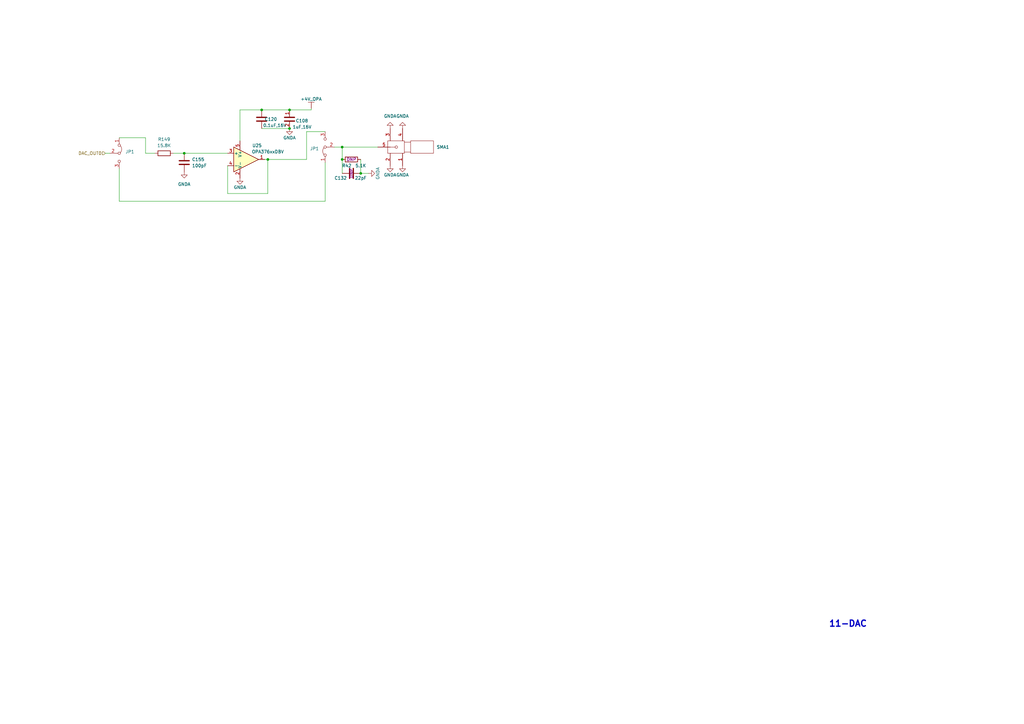
<source format=kicad_sch>
(kicad_sch (version 20230121) (generator eeschema)
  (paper "A3")
  (lib_symbols
    (symbol "00_HPM_power:+4V_OPA" (power) (pin_numbers hide) (pin_names (offset 0) hide) (in_bom no) (on_board no)
      (property "Value" "+4V_OPA" (at 0 3.81 0))
      (symbol "+4V_OPA_0_1"
        (polyline (pts (xy -1.27 2.54) (xy 1.27 2.54)))
      )
      (symbol "+4V_OPA_1_1"
        (pin power_in line (at 0 0 90) (length 2.54) (name "+4V_OPA") (number "1"))
      )
    )
    (symbol "00_HPM_power:GNDA" (power) (pin_names (offset 0))
      (property "Value" "GNDA" (at 0 -5.08 0))
      (symbol "GNDA_0_1"
        (polyline (pts (xy 0 0) (xy 0 -1.27) (xy 1.27 -1.27) (xy 0 -2.54) (xy -1.27 -1.27) (xy 0 -1.27)))
      )
      (symbol "GNDA_1_1"
        (pin power_in line (at 0 0 270) (length 0) hide (name "GNDA") (number "1"))
      )
    )
    (symbol "01-HPM-Peripheral:Jumper_3_Bridged12" (pin_names (offset 0) hide)
      (property "Reference" "JP5" (at -0.635 1.905 90))
      (symbol "Jumper_3_Bridged12_0_0"
        (circle (center -3.302 0) (radius 0.508))
        (circle (center 0 0) (radius 0.508))
        (circle (center 3.302 0) (radius 0.508))
      )
      (symbol "Jumper_3_Bridged12_0_1"
        (arc (start -0.254 0.508) (mid -1.651 0.9912) (end -3.048 0.508))
        (polyline (pts (xy 0 -1.27) (xy 0 -0.508)))
      )
      (symbol "Jumper_3_Bridged12_1_1"
        (pin passive line (at -6.35 0 0) (length 2.54) (name "A") (number "1"))
        (pin passive line (at 0 -3.81 90) (length 2.54) (name "C") (number "2"))
        (pin passive line (at 6.35 0 180) (length 2.54) (name "B") (number "3"))
      )
    )
    (symbol "02_HPM_Resistor:15.8K_0402" (pin_numbers hide) (pin_names (offset 0))
      (property "Reference" "R" (at 0 3.81 0))
      (property "Value" "15.8K" (at 0 6.35 0))
      (symbol "15.8K_0402_0_1"
        (rectangle (start 2.54 -1.016) (end -2.54 1.016) (stroke (width 0.254)))
      )
      (symbol "15.8K_0402_1_1"
        (pin passive line (at -3.81 0 0) (length 1.27) (name "~") (number "1"))
        (pin passive line (at 3.81 0 180) (length 1.27) (name "~") (number "2"))
      )
    )
    (symbol "02_HPM_Resistor:5.1K_0402" (pin_numbers hide) (pin_names (offset 0))
      (property "Reference" "R" (at 0 3.81 0))
      (property "Value" "5.1K" (at 0 7.62 0))
      (symbol "5.1K_0402_0_1"
        (rectangle (start 2.54 -1.016) (end -2.54 1.016) (stroke (width 0.254)))
      )
      (symbol "5.1K_0402_1_1"
        (pin passive line (at -3.81 0 0) (length 1.27) (name "~") (number "1"))
        (pin passive line (at 3.81 0 180) (length 1.27) (name "~") (number "2"))
      )
    )
    (symbol "03_HPM_Capacitance:0.1uF,16V_0402" (pin_numbers hide) (pin_names (offset 0.254))
      (property "Reference" "C" (at -1.27 10.16 0))
      (property "Value" "0.1uF,16V" (at -5.08 12.7 0))
      (symbol "0.1uF,16V_0402_0_1"
        (polyline (pts (xy -2.032 -0.762) (xy 2.032 -0.762)) (stroke (width 0.508)))
        (polyline (pts (xy -2.032 0.762) (xy 2.032 0.762)) (stroke (width 0.508)))
      )
      (symbol "0.1uF,16V_0402_1_1"
        (pin passive line (at 0 3.81 270) (length 2.794) (name "~") (number "1"))
        (pin passive line (at 0 -3.81 90) (length 2.794) (name "~") (number "2"))
      )
    )
    (symbol "03_HPM_Capacitance:100pF,50V_0402" (pin_numbers hide) (pin_names (offset 0.254))
      (property "Reference" "C" (at -1.27 12.7 0))
      (property "Value" "100pF,50V" (at -6.35 16.51 0))
      (symbol "100pF,50V_0402_0_1"
        (polyline (pts (xy -2.032 -0.762) (xy 2.032 -0.762)) (stroke (width 0.508)))
        (polyline (pts (xy -2.032 0.762) (xy 2.032 0.762)) (stroke (width 0.508)))
      )
      (symbol "100pF,50V_0402_1_1"
        (pin passive line (at 0 3.81 270) (length 2.794) (name "~") (number "1"))
        (pin passive line (at 0 -3.81 90) (length 2.794) (name "~") (number "2"))
      )
    )
    (symbol "03_HPM_Capacitance:1uF,16V_0402"
      (property "Reference" "C" (at 0 8.89 0))
      (property "Value" "1uF,16V" (at 0 11.43 0))
      (symbol "1uF,16V_0402_0_1"
        (polyline (pts (xy -2.032 -0.127) (xy 2.032 -0.127)) (stroke (width 0.508)))
        (polyline (pts (xy -2.032 1.397) (xy 2.032 1.397)) (stroke (width 0.508)))
      )
      (symbol "1uF,16V_0402_1_1"
        (pin passive line (at 0 4.445 270) (length 2.794) (name "~") (number "1"))
        (pin passive line (at 0 -3.175 90) (length 2.794) (name "~") (number "2"))
      )
    )
    (symbol "03_HPM_Capacitance:22pF,50V_0402" (pin_numbers hide) (pin_names (offset 0.254))
      (property "Reference" "C" (at 0.635 2.54 0))
      (property "Value" "22pF,50V" (at 0.635 -2.54 0))
      (symbol "22pF,50V_0402_0_1"
        (polyline (pts (xy -2.032 -0.762) (xy 2.032 -0.762)) (stroke (width 0.508)))
        (polyline (pts (xy -2.032 0.762) (xy 2.032 0.762)) (stroke (width 0.508)))
      )
      (symbol "22pF,50V_0402_1_1"
        (pin passive line (at 0 3.81 270) (length 2.794) (name "~") (number "1"))
        (pin passive line (at 0 -3.81 90) (length 2.794) (name "~") (number "2"))
      )
    )
    (symbol "15_HPM_Libing:OPA376xxDBV" (pin_names (offset 0.127))
      (property "Reference" "U1" (at 4.445 5.715 0))
      (property "Value" "OPA376xxDBV" (at 10.16 13.97 0))
      (symbol "OPA376xxDBV_0_1"
        (polyline (pts (xy -5.08 5.08) (xy 5.08 0) (xy -5.08 -5.08) (xy -5.08 5.08)) (stroke (width 0.254)) (fill (type background)))
        (pin power_in line (at -2.54 -7.62 90) (length 3.81) (name "V-") (number "2"))
        (pin power_in line (at -2.54 7.62 270) (length 3.81) (name "V+") (number "5"))
      )
      (symbol "OPA376xxDBV_1_1"
        (pin output line (at 7.62 0 180) (length 2.54) (name "~") (number "1"))
        (pin input line (at -7.62 2.54 0) (length 2.54) (name "+") (number "3"))
        (pin input line (at -7.62 -2.54 0) (length 2.54) (name "-") (number "4"))
      )
    )
    (symbol "15_HPM_Libing:SMA_C9900018296" (pin_names (offset 1.016) hide)
      (property "Reference" "SMA" (at 0 12.7 0))
      (property "Value" "ASSY_OPT" (at 0 15.494 0))
      (symbol "SMA_C9900018296_1_1"
        (rectangle (start -11.43 2.54) (end -2.032 -2.54) (stroke (width 0.1524)))
        (polyline (pts (xy -2.032 -2.032) (xy 0.508 -2.032)) (stroke (width 0.1524)))
        (polyline (pts (xy -2.032 2.032) (xy 0.508 2.032)) (stroke (width 0.1524)))
        (polyline (pts (xy 4.318 0) (xy 6.35 0)) (stroke (width 0.1524)))
        (rectangle (start 0.508 2.54) (end 7.366 -2.54) (stroke (width 0.1524)))
        (circle (center 3.81 0) (radius 0.508) (stroke (width 0.1524)))
        (pin input line (at 1.27 7.62 270) (length 5.08) (name "1") (number "1"))
        (pin input line (at 6.35 7.62 270) (length 5.08) (name "2") (number "2"))
        (pin input line (at 6.35 -7.62 90) (length 5.08) (name "3") (number "3"))
        (pin input line (at 1.27 -7.62 90) (length 5.08) (name "4") (number "4"))
        (pin input line (at 11.43 0 180) (length 5.08) (name "5") (number "5"))
      )
    )
  )
  (junction (at 118.745 45.085))
  (junction (at 75.565 62.865))
  (junction (at 140.335 65.405))
  (junction (at 140.335 60.325))
  (junction (at 118.745 52.705))
  (junction (at 109.855 65.405))
  (junction (at 147.955 71.12))
  (junction (at 107.315 45.085))
  (wire (pts (xy 43.18 62.865) (xy 45.085 62.865)))
  (wire (pts (xy 107.315 45.085) (xy 98.425 45.085)))
  (wire (pts (xy 98.425 45.085) (xy 98.425 57.785)))
  (wire (pts (xy 48.895 56.515) (xy 59.69 56.515)))
  (wire (pts (xy 133.35 66.675) (xy 133.35 82.55)))
  (wire (pts (xy 140.335 65.405) (xy 140.335 71.12)))
  (wire (pts (xy 93.345 67.945) (xy 93.345 79.375)))
  (wire (pts (xy 107.315 45.085) (xy 118.745 45.085)))
  (wire (pts (xy 147.955 65.405) (xy 147.955 71.12)))
  (wire (pts (xy 48.895 69.215) (xy 48.895 82.55)))
  (wire (pts (xy 109.855 65.405) (xy 108.585 65.405)))
  (wire (pts (xy 147.955 71.12) (xy 151.13 71.12)))
  (wire (pts (xy 125.73 65.405) (xy 125.73 53.975)))
  (wire (pts (xy 125.73 53.975) (xy 133.35 53.975)))
  (wire (pts (xy 109.855 65.405) (xy 125.73 65.405)))
  (wire (pts (xy 59.69 56.515) (xy 59.69 62.865)))
  (wire (pts (xy 59.69 62.865) (xy 63.5 62.865)))
  (wire (pts (xy 140.335 65.405) (xy 140.335 60.325)))
  (wire (pts (xy 107.315 52.705) (xy 118.745 52.705)))
  (wire (pts (xy 127.635 44.45) (xy 127.635 45.085)))
  (wire (pts (xy 137.16 60.325) (xy 140.335 60.325)))
  (wire (pts (xy 93.345 79.375) (xy 109.855 79.375)))
  (wire (pts (xy 75.565 62.865) (xy 93.345 62.865)))
  (wire (pts (xy 118.745 45.085) (xy 127.635 45.085)))
  (wire (pts (xy 109.855 79.375) (xy 109.855 65.405)))
  (wire (pts (xy 140.335 60.325) (xy 154.94 60.325)))
  (wire (pts (xy 71.12 62.865) (xy 75.565 62.865)))
  (wire (pts (xy 48.895 82.55) (xy 133.35 82.55)))
  (text "11-DAC" (at 339.852 257.429 0) (effects (font (size 2.54 2.54) (thickness 0.508) bold) (justify left bottom)))
  (hierarchical_label "DAC_OUT0" (shape input) (at 43.18 62.865 180))
  (symbol (lib_id "03_HPM_Capacitance:0.1uF,16V_0402") (at 107.315 48.895 0) (mirror y) (unit 1)
    (property "Reference" "C120" (at 113.665 48.895 0) (effects (justify left)))
    (property "Value" "0.1uF,16V" (at 117.475 51.435 0) (effects (justify left)))
    (property "Footprint" "03_HPM_Capacitance:C_0402" (effects hide))
    (property "Model" "CL05B104KO5NNNC" (effects hide))
    (property "Company" "SAMSUNG(三星)" (effects hide))
    (instances (project "HPM62_63_144_ADC_EVK_RevC" (path "" (reference "C120") (unit 1)) (path "" (reference "C105") (unit 1)) (path "" (reference "C48") (unit 1))) (project "EVK_REVC" (path "" (reference "C122") (unit 1))))
  )
  (symbol (lib_id "00_HPM_power:GNDA") (at 165.1 52.705 180) (unit 1)
    (property "Reference" "#PWR074" (effects hide))
    (property "Value" "GNDA" (at 165.1 47.625 0))
    (instances (project "HPM62_63_144_ADC_EVK_RevC" (path "" (reference "#PWR074") (unit 1)) (path "" (reference "#PWR088") (unit 1)) (path "" (reference "#PWR0101") (unit 1)) (path "" (reference "#PWR0268") (unit 1))))
  )
  (symbol (lib_id "00_HPM_power:GNDA") (at 165.1 67.945 0) (unit 1)
    (property "Reference" "#PWR074" (effects hide))
    (property "Value" "GNDA" (at 165.1 71.755 0))
    (instances (project "HPM62_63_144_ADC_EVK_RevC" (path "" (reference "#PWR074") (unit 1)) (path "" (reference "#PWR088") (unit 1)) (path "" (reference "#PWR0100") (unit 1)) (path "" (reference "#PWR0267") (unit 1))))
  )
  (symbol (lib_id "15_HPM_Libing:OPA376xxDBV") (at 100.965 65.405 0) (unit 1)
    (property "Reference" "U25" (at 105.41 59.69 0))
    (property "Value" "OPA376xxDBV" (at 109.855 62.23 0))
    (property "Footprint" "kicad_lceda:SOT-23-5_L2.9-W1.6-P0.95-LS2.8-BR" (effects hide))
    (property "Datasheet" "http://www.ti.com/lit/ds/symlink/opa376.pdf" (effects hide))
  )
  (symbol (lib_id "01-HPM-Peripheral:Jumper_3_Bridged12") (at 133.35 60.325 90) (unit 1)
    (property "Reference" "JP1" (at 130.81 60.96 90) (effects (justify left)))
    (property "Value" "Jumper_3_Bridged12" (effects hide))
    (property "Footprint" "05_HPM_Connector_PinHeader:PinHeader_1x03_P2.54mm_Vertical" (effects hide))
  )
  (symbol (lib_id "02_HPM_Resistor:5.1K_0402") (at 144.145 65.405 0) (unit 1)
    (property "Reference" "R42" (at 142.24 67.945 0))
    (property "Value" "5.1K" (at 147.955 67.945 0))
    (property "Footprint" "02_HPM_Resistor:R_0402_1005Metric" (effects hide))
    (property "DNP" "DNP" (at 144.145 65.405 0))
    (property "Model" "0402WGF5101TCE" (effects hide))
    (property "Company" "UNI-ROYAL(厚声)" (effects hide))
  )
  (symbol (lib_id "00_HPM_power:GNDA") (at 160.02 52.705 180) (unit 1)
    (property "Reference" "#PWR074" (effects hide))
    (property "Value" "GNDA" (at 160.02 47.625 0))
    (instances (project "HPM62_63_144_ADC_EVK_RevC" (path "" (reference "#PWR074") (unit 1)) (path "" (reference "#PWR088") (unit 1)) (path "" (reference "#PWR0107") (unit 1)) (path "" (reference "#PWR0270") (unit 1))))
  )
  (symbol (lib_id "02_HPM_Resistor:15.8K_0402") (at 67.31 62.865 0) (unit 1)
    (property "Reference" "R149" (at 67.31 57.15 0))
    (property "Value" "15.8K" (at 67.31 59.69 0))
    (property "Footprint" "02_HPM_Resistor:R_0402_1005Metric" (effects hide))
    (property "Model" " RT0402BRD0715K8L" (effects hide))
    (property "Company" " YAGEO(国巨) " (effects hide))
  )
  (symbol (lib_id "00_HPM_power:+4V_OPA") (at 127.635 44.45 0) (unit 1) (in_bom no) (on_board no)
    (property "Reference" "#PWR057" (effects hide))
    (property "Value" "+4V_OPA" (at 127.635 40.64 0))
    (instances (project "HPM62_63_144_ADC_EVK_RevC" (path "" (reference "#PWR057") (unit 1)) (path "" (reference "#PWR0173") (unit 1)) (path "" (reference "#PWR0272") (unit 1))))
  )
  (symbol (lib_id "00_HPM_power:GNDA") (at 75.565 70.485 0) (unit 1)
    (property "Reference" "#PWR074" (effects hide))
    (property "Value" "GNDA" (at 75.565 75.565 0))
    (instances (project "HPM62_63_144_ADC_EVK_RevC" (path "" (reference "#PWR074") (unit 1)) (path "" (reference "#PWR088") (unit 1)) (path "" (reference "#PWR0110") (unit 1)) (path "" (reference "#PWR0266") (unit 1))))
  )
  (symbol (lib_id "03_HPM_Capacitance:100pF,50V_0402") (at 75.565 66.675 0) (unit 1)
    (property "Reference" "C155" (at 78.74 65.405 0) (effects (justify left)))
    (property "Value" "100pF" (at 78.74 67.945 0) (effects (justify left)))
    (property "Footprint" "03_HPM_Capacitance:C_0402" (effects hide))
    (property "Model" " CC0402JRNPO9BN101" (effects hide))
    (property "Company" " YAGEO(国巨) " (effects hide))
  )
  (symbol (lib_id "15_HPM_Libing:SMA_C9900018296") (at 166.37 60.325 180) (unit 1)
    (property "Reference" "SMA1" (at 179.07 60.325 0) (effects (justify right)))
    (property "Value" "SMA_C9900018296" (effects hide))
    (property "Footprint" "kicad_lceda:SMA-SMD_BWSMA-KE-P001" (effects hide))
    (property "SuppliersPartNumber" "C9900018296" (effects hide))
    (property "uuid" "std:54ec4f79ad824cb2bdc504487557a48c" (effects hide))
    (instances (project "HPM62_63_144_ADC_EVK_RevC" (path "" (reference "SMA1") (unit 1)) (path "" (reference "SMA9") (unit 1))))
  )
  (symbol (lib_id "01-HPM-Peripheral:Jumper_3_Bridged12") (at 48.895 62.865 270) (unit 1)
    (property "Reference" "JP1" (at 51.435 62.23 90) (effects (justify left)))
    (property "Value" "Jumper_3_Bridged12" (effects hide))
    (property "Footprint" "05_HPM_Connector_PinHeader:PinHeader_1x03_P2.54mm_Vertical" (effects hide))
    (instances (project "HPM62_63_144_ADC_EVK_RevC" (path "" (reference "JP1") (unit 1)) (path "" (reference "JP9") (unit 1))))
  )
  (symbol (lib_id "03_HPM_Capacitance:1uF,16V_0402") (at 118.745 49.53 0) (unit 1)
    (property "Reference" "C108" (at 121.285 49.53 0) (effects (justify left)))
    (property "Value" "1uF,16V" (at 120.015 52.07 0) (effects (justify left)))
    (property "Footprint" "03_HPM_Capacitance:C_0402" (effects hide))
    (property "Model" " CL05A105KO5NNNC" (effects hide))
    (property "Company" " SAMSUNG(三星) " (effects hide))
    (instances (project "HPM62_63_144_ADC_EVK_RevC" (path "" (reference "C108") (unit 1)) (path "" (reference "C131") (unit 1))))
  )
  (symbol (lib_id "00_HPM_power:GNDA") (at 160.02 67.945 0) (unit 1)
    (property "Reference" "#PWR074" (effects hide))
    (property "Value" "GNDA" (at 160.02 71.755 0))
    (instances (project "HPM62_63_144_ADC_EVK_RevC" (path "" (reference "#PWR074") (unit 1)) (path "" (reference "#PWR088") (unit 1)) (path "" (reference "#PWR0102") (unit 1)) (path "" (reference "#PWR0269") (unit 1))))
  )
  (symbol (lib_id "03_HPM_Capacitance:22pF,50V_0402") (at 144.145 71.12 90) (unit 1)
    (property "Reference" "C132" (at 139.7 73.025 90))
    (property "Value" "22pF" (at 147.955 73.025 90))
    (property "Footprint" "03_HPM_Capacitance:C_0402" (effects hide))
    (property "DNP" "DNP" (at 144.145 71.12 0))
    (property "Model" "CL05C220JB5NNNC" (effects hide))
    (property "Company" " SAMSUNG(三星)" (effects hide))
  )
  (symbol (lib_id "00_HPM_power:GNDA") (at 151.13 71.12 90) (unit 1)
    (property "Reference" "#PWR074" (effects hide))
    (property "Value" "GNDA" (at 154.94 71.12 0))
    (instances (project "HPM62_63_144_ADC_EVK_RevC" (path "" (reference "#PWR074") (unit 1)) (path "" (reference "#PWR088") (unit 1)) (path "" (reference "#PWR0110") (unit 1)) (path "" (reference "#PWR092") (unit 1))))
  )
  (symbol (lib_id "00_HPM_power:GNDA") (at 98.425 73.025 0) (unit 1)
    (property "Reference" "#PWR074" (effects hide))
    (property "Value" "GNDA" (at 98.425 76.835 0))
    (instances (project "HPM62_63_144_ADC_EVK_RevC" (path "" (reference "#PWR074") (unit 1)) (path "" (reference "#PWR088") (unit 1)) (path "" (reference "#PWR0102") (unit 1)) (path "" (reference "#PWR0271") (unit 1))))
  )
  (symbol (lib_id "00_HPM_power:GNDA") (at 118.745 52.705 0) (unit 1)
    (property "Reference" "#PWR074" (effects hide))
    (property "Value" "GNDA" (at 118.745 56.515 0))
    (instances (project "HPM62_63_144_ADC_EVK_RevC" (path "" (reference "#PWR074") (unit 1)) (path "" (reference "#PWR088") (unit 1)) (path "" (reference "#PWR0102") (unit 1)) (path "" (reference "#PWR066") (unit 1))))
  )
)
</source>
